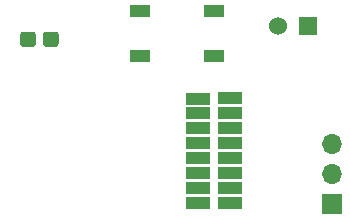
<source format=gbr>
G04 #@! TF.GenerationSoftware,KiCad,Pcbnew,(5.99.0-2119-g1c72042fc)*
G04 #@! TF.CreationDate,2020-07-24T01:25:01+02:00*
G04 #@! TF.ProjectId,ledCollar_PCB,6c656443-6f6c-46c6-9172-5f5043422e6b,rev?*
G04 #@! TF.SameCoordinates,Original*
G04 #@! TF.FileFunction,Soldermask,Bot*
G04 #@! TF.FilePolarity,Negative*
%FSLAX46Y46*%
G04 Gerber Fmt 4.6, Leading zero omitted, Abs format (unit mm)*
G04 Created by KiCad (PCBNEW (5.99.0-2119-g1c72042fc)) date 2020-07-24 01:25:01*
%MOMM*%
%LPD*%
G01*
G04 APERTURE LIST*
%ADD10R,2.000000X1.000000*%
%ADD11C,1.524000*%
%ADD12R,1.524000X1.524000*%
%ADD13R,1.700000X1.000000*%
%ADD14O,1.700000X1.700000*%
%ADD15R,1.700000X1.700000*%
G04 APERTURE END LIST*
D10*
X116650000Y-116865400D03*
X116650000Y-118135400D03*
X116650000Y-110515400D03*
X116650000Y-111785400D03*
X116650000Y-109290400D03*
X116650000Y-113055400D03*
X116650000Y-114325400D03*
X116650000Y-115595400D03*
X119380000Y-115570000D03*
X119380000Y-116840000D03*
X119380000Y-118110000D03*
X119380000Y-110490000D03*
X119380000Y-109265000D03*
X119380000Y-111760000D03*
X119380000Y-113030000D03*
X119380000Y-114300000D03*
G36*
G01*
X102950000Y-103850000D02*
X102950000Y-104650000D01*
G75*
G02*
X102700000Y-104900000I-250000J0D01*
G01*
X101875000Y-104900000D01*
G75*
G02*
X101625000Y-104650000I0J250000D01*
G01*
X101625000Y-103850000D01*
G75*
G02*
X101875000Y-103600000I250000J0D01*
G01*
X102700000Y-103600000D01*
G75*
G02*
X102950000Y-103850000I0J-250000D01*
G01*
G37*
G36*
G01*
X104875000Y-103850000D02*
X104875000Y-104650000D01*
G75*
G02*
X104625000Y-104900000I-250000J0D01*
G01*
X103800000Y-104900000D01*
G75*
G02*
X103550000Y-104650000I0J250000D01*
G01*
X103550000Y-103850000D01*
G75*
G02*
X103800000Y-103600000I250000J0D01*
G01*
X104625000Y-103600000D01*
G75*
G02*
X104875000Y-103850000I0J-250000D01*
G01*
G37*
D11*
X123444000Y-103124000D03*
D12*
X125984000Y-103124000D03*
D13*
X111760000Y-105654000D03*
X118060000Y-105654000D03*
X111760000Y-101854000D03*
X118060000Y-101854000D03*
D14*
X128016000Y-113100498D03*
X128016000Y-115640498D03*
D15*
X128016000Y-118180498D03*
M02*

</source>
